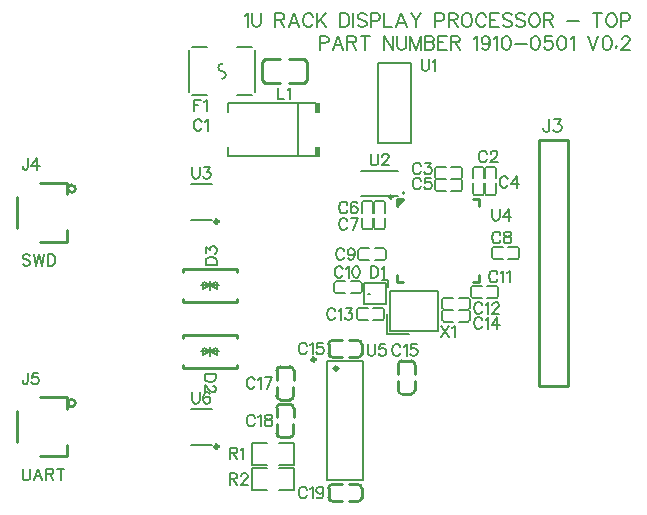
<source format=gto>
G04 Layer: TopSilkscreenLayer*
G04 EasyEDA v6.5.32, 2023-07-27 18:43:02*
G04 c15d88bf44794416bd69d8e6bd355938,5a6b42c53f6a479593ecc07194224c93,10*
G04 Gerber Generator version 0.2*
G04 Scale: 100 percent, Rotated: No, Reflected: No *
G04 Dimensions in millimeters *
G04 leading zeros omitted , absolute positions ,4 integer and 5 decimal *
%FSLAX45Y45*%
%MOMM*%

%ADD10C,0.2032*%
%ADD11C,0.1524*%
%ADD12C,0.2540*%
%ADD13C,0.1270*%
%ADD14C,0.1520*%
%ADD15C,0.3000*%
%ADD16C,0.2000*%
%ADD17C,0.0198*%

%LPD*%
D10*
X42849800Y4315713D02*
G01*
X42860722Y4321047D01*
X42876977Y4337557D01*
X42876977Y4223004D01*
X42913046Y4337557D02*
G01*
X42913046Y4255770D01*
X42918634Y4239260D01*
X42929556Y4228337D01*
X42945811Y4223004D01*
X42956734Y4223004D01*
X42972990Y4228337D01*
X42983911Y4239260D01*
X42989500Y4255770D01*
X42989500Y4337557D01*
X43109388Y4337557D02*
G01*
X43109388Y4223004D01*
X43109388Y4337557D02*
G01*
X43158409Y4337557D01*
X43174920Y4331970D01*
X43180254Y4326636D01*
X43185841Y4315713D01*
X43185841Y4304792D01*
X43180254Y4293870D01*
X43174920Y4288281D01*
X43158409Y4282947D01*
X43109388Y4282947D01*
X43147741Y4282947D02*
G01*
X43185841Y4223004D01*
X43265343Y4337557D02*
G01*
X43221909Y4223004D01*
X43265343Y4337557D02*
G01*
X43309032Y4223004D01*
X43238166Y4261104D02*
G01*
X43292775Y4261104D01*
X43426888Y4310126D02*
G01*
X43421554Y4321047D01*
X43410632Y4331970D01*
X43399709Y4337557D01*
X43377866Y4337557D01*
X43366943Y4331970D01*
X43356022Y4321047D01*
X43350434Y4310126D01*
X43345100Y4293870D01*
X43345100Y4266692D01*
X43350434Y4250181D01*
X43356022Y4239260D01*
X43366943Y4228337D01*
X43377866Y4223004D01*
X43399709Y4223004D01*
X43410632Y4228337D01*
X43421554Y4239260D01*
X43426888Y4250181D01*
X43462956Y4337557D02*
G01*
X43462956Y4223004D01*
X43539156Y4337557D02*
G01*
X43462956Y4261104D01*
X43490134Y4288281D02*
G01*
X43539156Y4223004D01*
X43659298Y4337557D02*
G01*
X43659298Y4223004D01*
X43659298Y4337557D02*
G01*
X43697398Y4337557D01*
X43713908Y4331970D01*
X43724829Y4321047D01*
X43730163Y4310126D01*
X43735498Y4293870D01*
X43735498Y4266692D01*
X43730163Y4250181D01*
X43724829Y4239260D01*
X43713908Y4228337D01*
X43697398Y4223004D01*
X43659298Y4223004D01*
X43771566Y4337557D02*
G01*
X43771566Y4223004D01*
X43884088Y4321047D02*
G01*
X43873166Y4331970D01*
X43856656Y4337557D01*
X43834811Y4337557D01*
X43818556Y4331970D01*
X43807634Y4321047D01*
X43807634Y4310126D01*
X43812968Y4299204D01*
X43818556Y4293870D01*
X43829477Y4288281D01*
X43862243Y4277613D01*
X43873166Y4272026D01*
X43878500Y4266692D01*
X43884088Y4255770D01*
X43884088Y4239260D01*
X43873166Y4228337D01*
X43856656Y4223004D01*
X43834811Y4223004D01*
X43818556Y4228337D01*
X43807634Y4239260D01*
X43919902Y4337557D02*
G01*
X43919902Y4223004D01*
X43919902Y4337557D02*
G01*
X43969177Y4337557D01*
X43985434Y4331970D01*
X43990768Y4326636D01*
X43996356Y4315713D01*
X43996356Y4299204D01*
X43990768Y4288281D01*
X43985434Y4282947D01*
X43969177Y4277613D01*
X43919902Y4277613D01*
X44032424Y4337557D02*
G01*
X44032424Y4223004D01*
X44032424Y4223004D02*
G01*
X44097702Y4223004D01*
X44177458Y4337557D02*
G01*
X44133770Y4223004D01*
X44177458Y4337557D02*
G01*
X44221146Y4223004D01*
X44150279Y4261104D02*
G01*
X44204636Y4261104D01*
X44256959Y4337557D02*
G01*
X44300648Y4282947D01*
X44300648Y4223004D01*
X44344336Y4337557D02*
G01*
X44300648Y4282947D01*
X44464224Y4337557D02*
G01*
X44464224Y4223004D01*
X44464224Y4337557D02*
G01*
X44513500Y4337557D01*
X44529756Y4331970D01*
X44535343Y4326636D01*
X44540677Y4315713D01*
X44540677Y4299204D01*
X44535343Y4288281D01*
X44529756Y4282947D01*
X44513500Y4277613D01*
X44464224Y4277613D01*
X44576746Y4337557D02*
G01*
X44576746Y4223004D01*
X44576746Y4337557D02*
G01*
X44625768Y4337557D01*
X44642277Y4331970D01*
X44647611Y4326636D01*
X44652946Y4315713D01*
X44652946Y4304792D01*
X44647611Y4293870D01*
X44642277Y4288281D01*
X44625768Y4282947D01*
X44576746Y4282947D01*
X44614846Y4282947D02*
G01*
X44652946Y4223004D01*
X44721779Y4337557D02*
G01*
X44710858Y4331970D01*
X44699936Y4321047D01*
X44694602Y4310126D01*
X44689013Y4293870D01*
X44689013Y4266692D01*
X44694602Y4250181D01*
X44699936Y4239260D01*
X44710858Y4228337D01*
X44721779Y4223004D01*
X44743624Y4223004D01*
X44754546Y4228337D01*
X44765468Y4239260D01*
X44770802Y4250181D01*
X44776390Y4266692D01*
X44776390Y4293870D01*
X44770802Y4310126D01*
X44765468Y4321047D01*
X44754546Y4331970D01*
X44743624Y4337557D01*
X44721779Y4337557D01*
X44894246Y4310126D02*
G01*
X44888658Y4321047D01*
X44877736Y4331970D01*
X44866813Y4337557D01*
X44844970Y4337557D01*
X44834048Y4331970D01*
X44823125Y4321047D01*
X44817791Y4310126D01*
X44812458Y4293870D01*
X44812458Y4266692D01*
X44817791Y4250181D01*
X44823125Y4239260D01*
X44834048Y4228337D01*
X44844970Y4223004D01*
X44866813Y4223004D01*
X44877736Y4228337D01*
X44888658Y4239260D01*
X44894246Y4250181D01*
X44930059Y4337557D02*
G01*
X44930059Y4223004D01*
X44930059Y4337557D02*
G01*
X45001179Y4337557D01*
X44930059Y4282947D02*
G01*
X44973748Y4282947D01*
X44930059Y4223004D02*
G01*
X45001179Y4223004D01*
X45113448Y4321047D02*
G01*
X45102525Y4331970D01*
X45086270Y4337557D01*
X45064425Y4337557D01*
X45047916Y4331970D01*
X45036993Y4321047D01*
X45036993Y4310126D01*
X45042582Y4299204D01*
X45047916Y4293870D01*
X45058838Y4288281D01*
X45091604Y4277613D01*
X45102525Y4272026D01*
X45107859Y4266692D01*
X45113448Y4255770D01*
X45113448Y4239260D01*
X45102525Y4228337D01*
X45086270Y4223004D01*
X45064425Y4223004D01*
X45047916Y4228337D01*
X45036993Y4239260D01*
X45225716Y4321047D02*
G01*
X45214793Y4331970D01*
X45198538Y4337557D01*
X45176693Y4337557D01*
X45160438Y4331970D01*
X45149516Y4321047D01*
X45149516Y4310126D01*
X45154850Y4299204D01*
X45160438Y4293870D01*
X45171359Y4288281D01*
X45203872Y4277613D01*
X45214793Y4272026D01*
X45220382Y4266692D01*
X45225716Y4255770D01*
X45225716Y4239260D01*
X45214793Y4228337D01*
X45198538Y4223004D01*
X45176693Y4223004D01*
X45160438Y4228337D01*
X45149516Y4239260D01*
X45294550Y4337557D02*
G01*
X45283627Y4331970D01*
X45272706Y4321047D01*
X45267372Y4310126D01*
X45261784Y4293870D01*
X45261784Y4266692D01*
X45267372Y4250181D01*
X45272706Y4239260D01*
X45283627Y4228337D01*
X45294550Y4223004D01*
X45316393Y4223004D01*
X45327316Y4228337D01*
X45338238Y4239260D01*
X45343572Y4250181D01*
X45349159Y4266692D01*
X45349159Y4293870D01*
X45343572Y4310126D01*
X45338238Y4321047D01*
X45327316Y4331970D01*
X45316393Y4337557D01*
X45294550Y4337557D01*
X45384974Y4337557D02*
G01*
X45384974Y4223004D01*
X45384974Y4337557D02*
G01*
X45434250Y4337557D01*
X45450506Y4331970D01*
X45456093Y4326636D01*
X45461427Y4315713D01*
X45461427Y4304792D01*
X45456093Y4293870D01*
X45450506Y4288281D01*
X45434250Y4282947D01*
X45384974Y4282947D01*
X45423327Y4282947D02*
G01*
X45461427Y4223004D01*
X45581316Y4272026D02*
G01*
X45679613Y4272026D01*
X45837856Y4337557D02*
G01*
X45837856Y4223004D01*
X45799502Y4337557D02*
G01*
X45875956Y4337557D01*
X45944790Y4337557D02*
G01*
X45933868Y4331970D01*
X45922946Y4321047D01*
X45917358Y4310126D01*
X45912024Y4293870D01*
X45912024Y4266692D01*
X45917358Y4250181D01*
X45922946Y4239260D01*
X45933868Y4228337D01*
X45944790Y4223004D01*
X45966634Y4223004D01*
X45977556Y4228337D01*
X45988224Y4239260D01*
X45993811Y4250181D01*
X45999146Y4266692D01*
X45999146Y4293870D01*
X45993811Y4310126D01*
X45988224Y4321047D01*
X45977556Y4331970D01*
X45966634Y4337557D01*
X45944790Y4337557D01*
X46035213Y4337557D02*
G01*
X46035213Y4223004D01*
X46035213Y4337557D02*
G01*
X46084236Y4337557D01*
X46100746Y4331970D01*
X46106079Y4326636D01*
X46111668Y4315713D01*
X46111668Y4299204D01*
X46106079Y4288281D01*
X46100746Y4282947D01*
X46084236Y4277613D01*
X46035213Y4277613D01*
X43484800Y4147057D02*
G01*
X43484800Y4032504D01*
X43484800Y4147057D02*
G01*
X43533822Y4147057D01*
X43550332Y4141470D01*
X43555666Y4136136D01*
X43561254Y4125213D01*
X43561254Y4108704D01*
X43555666Y4097781D01*
X43550332Y4092447D01*
X43533822Y4087113D01*
X43484800Y4087113D01*
X43640756Y4147057D02*
G01*
X43597068Y4032504D01*
X43640756Y4147057D02*
G01*
X43684443Y4032504D01*
X43613577Y4070604D02*
G01*
X43668188Y4070604D01*
X43720511Y4147057D02*
G01*
X43720511Y4032504D01*
X43720511Y4147057D02*
G01*
X43769534Y4147057D01*
X43785790Y4141470D01*
X43791377Y4136136D01*
X43796711Y4125213D01*
X43796711Y4114292D01*
X43791377Y4103370D01*
X43785790Y4097781D01*
X43769534Y4092447D01*
X43720511Y4092447D01*
X43758611Y4092447D02*
G01*
X43796711Y4032504D01*
X43870879Y4147057D02*
G01*
X43870879Y4032504D01*
X43832779Y4147057D02*
G01*
X43909234Y4147057D01*
X44029122Y4147057D02*
G01*
X44029122Y4032504D01*
X44029122Y4147057D02*
G01*
X44105575Y4032504D01*
X44105575Y4147057D02*
G01*
X44105575Y4032504D01*
X44141643Y4147057D02*
G01*
X44141643Y4065270D01*
X44146977Y4048760D01*
X44157900Y4037837D01*
X44174156Y4032504D01*
X44185077Y4032504D01*
X44201588Y4037837D01*
X44212509Y4048760D01*
X44217843Y4065270D01*
X44217843Y4147057D01*
X44253911Y4147057D02*
G01*
X44253911Y4032504D01*
X44253911Y4147057D02*
G01*
X44297600Y4032504D01*
X44341288Y4147057D02*
G01*
X44297600Y4032504D01*
X44341288Y4147057D02*
G01*
X44341288Y4032504D01*
X44377102Y4147057D02*
G01*
X44377102Y4032504D01*
X44377102Y4147057D02*
G01*
X44426377Y4147057D01*
X44442634Y4141470D01*
X44447968Y4136136D01*
X44453556Y4125213D01*
X44453556Y4114292D01*
X44447968Y4103370D01*
X44442634Y4097781D01*
X44426377Y4092447D01*
X44377102Y4092447D02*
G01*
X44426377Y4092447D01*
X44442634Y4087113D01*
X44447968Y4081526D01*
X44453556Y4070604D01*
X44453556Y4054347D01*
X44447968Y4043426D01*
X44442634Y4037837D01*
X44426377Y4032504D01*
X44377102Y4032504D01*
X44489624Y4147057D02*
G01*
X44489624Y4032504D01*
X44489624Y4147057D02*
G01*
X44560490Y4147057D01*
X44489624Y4092447D02*
G01*
X44533058Y4092447D01*
X44489624Y4032504D02*
G01*
X44560490Y4032504D01*
X44596558Y4147057D02*
G01*
X44596558Y4032504D01*
X44596558Y4147057D02*
G01*
X44645579Y4147057D01*
X44661836Y4141470D01*
X44667424Y4136136D01*
X44672758Y4125213D01*
X44672758Y4114292D01*
X44667424Y4103370D01*
X44661836Y4097781D01*
X44645579Y4092447D01*
X44596558Y4092447D01*
X44634658Y4092447D02*
G01*
X44672758Y4032504D01*
X44792900Y4125213D02*
G01*
X44803822Y4130547D01*
X44820077Y4147057D01*
X44820077Y4032504D01*
X44927011Y4108704D02*
G01*
X44921424Y4092447D01*
X44910502Y4081526D01*
X44894246Y4076192D01*
X44888911Y4076192D01*
X44872402Y4081526D01*
X44861479Y4092447D01*
X44856146Y4108704D01*
X44856146Y4114292D01*
X44861479Y4130547D01*
X44872402Y4141470D01*
X44888911Y4147057D01*
X44894246Y4147057D01*
X44910502Y4141470D01*
X44921424Y4130547D01*
X44927011Y4108704D01*
X44927011Y4081526D01*
X44921424Y4054347D01*
X44910502Y4037837D01*
X44894246Y4032504D01*
X44883324Y4032504D01*
X44867068Y4037837D01*
X44861479Y4048760D01*
X44963079Y4125213D02*
G01*
X44974002Y4130547D01*
X44990258Y4147057D01*
X44990258Y4032504D01*
X45059091Y4147057D02*
G01*
X45042582Y4141470D01*
X45031659Y4125213D01*
X45026325Y4097781D01*
X45026325Y4081526D01*
X45031659Y4054347D01*
X45042582Y4037837D01*
X45059091Y4032504D01*
X45070013Y4032504D01*
X45086270Y4037837D01*
X45097191Y4054347D01*
X45102525Y4081526D01*
X45102525Y4097781D01*
X45097191Y4125213D01*
X45086270Y4141470D01*
X45070013Y4147057D01*
X45059091Y4147057D01*
X45138593Y4081526D02*
G01*
X45236891Y4081526D01*
X45305472Y4147057D02*
G01*
X45289216Y4141470D01*
X45278293Y4125213D01*
X45272706Y4097781D01*
X45272706Y4081526D01*
X45278293Y4054347D01*
X45289216Y4037837D01*
X45305472Y4032504D01*
X45316393Y4032504D01*
X45332904Y4037837D01*
X45343825Y4054347D01*
X45349159Y4081526D01*
X45349159Y4097781D01*
X45343825Y4125213D01*
X45332904Y4141470D01*
X45316393Y4147057D01*
X45305472Y4147057D01*
X45450506Y4147057D02*
G01*
X45396150Y4147057D01*
X45390561Y4097781D01*
X45396150Y4103370D01*
X45412406Y4108704D01*
X45428916Y4108704D01*
X45445172Y4103370D01*
X45456093Y4092447D01*
X45461427Y4076192D01*
X45461427Y4065270D01*
X45456093Y4048760D01*
X45445172Y4037837D01*
X45428916Y4032504D01*
X45412406Y4032504D01*
X45396150Y4037837D01*
X45390561Y4043426D01*
X45385227Y4054347D01*
X45530261Y4147057D02*
G01*
X45514006Y4141470D01*
X45503084Y4125213D01*
X45497496Y4097781D01*
X45497496Y4081526D01*
X45503084Y4054347D01*
X45514006Y4037837D01*
X45530261Y4032504D01*
X45541184Y4032504D01*
X45557440Y4037837D01*
X45568361Y4054347D01*
X45573950Y4081526D01*
X45573950Y4097781D01*
X45568361Y4125213D01*
X45557440Y4141470D01*
X45541184Y4147057D01*
X45530261Y4147057D01*
X45609763Y4125213D02*
G01*
X45620686Y4130547D01*
X45637196Y4147057D01*
X45637196Y4032504D01*
X45757084Y4147057D02*
G01*
X45800772Y4032504D01*
X45844459Y4147057D02*
G01*
X45800772Y4032504D01*
X45913040Y4147057D02*
G01*
X45896784Y4141470D01*
X45885861Y4125213D01*
X45880527Y4097781D01*
X45880527Y4081526D01*
X45885861Y4054347D01*
X45896784Y4037837D01*
X45913040Y4032504D01*
X45923961Y4032504D01*
X45940472Y4037837D01*
X45951393Y4054347D01*
X45956727Y4081526D01*
X45956727Y4097781D01*
X45951393Y4125213D01*
X45940472Y4141470D01*
X45923961Y4147057D01*
X45913040Y4147057D01*
X45998129Y4059681D02*
G01*
X45992796Y4054347D01*
X45998129Y4048760D01*
X46003718Y4054347D01*
X45998129Y4059681D01*
X46045120Y4119626D02*
G01*
X46045120Y4125213D01*
X46050708Y4136136D01*
X46056041Y4141470D01*
X46066963Y4147057D01*
X46088808Y4147057D01*
X46099729Y4141470D01*
X46105063Y4136136D01*
X46110652Y4125213D01*
X46110652Y4114292D01*
X46105063Y4103370D01*
X46094141Y4087113D01*
X46039786Y4032504D01*
X46115986Y4032504D01*
D11*
X40970200Y481837D02*
G01*
X40970200Y413765D01*
X40974772Y400050D01*
X40983916Y390905D01*
X40997377Y386334D01*
X41006522Y386334D01*
X41020238Y390905D01*
X41029382Y400050D01*
X41033954Y413765D01*
X41033954Y481837D01*
X41100248Y481837D02*
G01*
X41063925Y386334D01*
X41100248Y481837D02*
G01*
X41136570Y386334D01*
X41077388Y418337D02*
G01*
X41122854Y418337D01*
X41166541Y481837D02*
G01*
X41166541Y386334D01*
X41166541Y481837D02*
G01*
X41207436Y481837D01*
X41221152Y477265D01*
X41225724Y472694D01*
X41230296Y463804D01*
X41230296Y454660D01*
X41225724Y445515D01*
X41221152Y440944D01*
X41207436Y436371D01*
X41166541Y436371D01*
X41198291Y436371D02*
G01*
X41230296Y386334D01*
X41292018Y481837D02*
G01*
X41292018Y386334D01*
X41260268Y481837D02*
G01*
X41323768Y481837D01*
X41033956Y2284267D02*
G01*
X41024812Y2293411D01*
X41011096Y2297983D01*
X40992808Y2297983D01*
X40979346Y2293411D01*
X40970202Y2284267D01*
X40970202Y2275377D01*
X40974774Y2266233D01*
X40979346Y2261661D01*
X40988490Y2257089D01*
X41015668Y2247945D01*
X41024812Y2243373D01*
X41029384Y2238801D01*
X41033956Y2229911D01*
X41033956Y2216195D01*
X41024812Y2207051D01*
X41011096Y2202479D01*
X40992808Y2202479D01*
X40979346Y2207051D01*
X40970202Y2216195D01*
X41063928Y2297983D02*
G01*
X41086534Y2202479D01*
X41109394Y2297983D02*
G01*
X41086534Y2202479D01*
X41109394Y2297983D02*
G01*
X41132000Y2202479D01*
X41154860Y2297983D02*
G01*
X41132000Y2202479D01*
X41184832Y2297983D02*
G01*
X41184832Y2202479D01*
X41184832Y2297983D02*
G01*
X41216582Y2297983D01*
X41230298Y2293411D01*
X41239188Y2284267D01*
X41243760Y2275377D01*
X41248332Y2261661D01*
X41248332Y2238801D01*
X41243760Y2225339D01*
X41239188Y2216195D01*
X41230298Y2207051D01*
X41216582Y2202479D01*
X41184832Y2202479D01*
X43375072Y306730D02*
G01*
X43370754Y315874D01*
X43361609Y325018D01*
X43352466Y329590D01*
X43334177Y329590D01*
X43325288Y325018D01*
X43316143Y315874D01*
X43311572Y306730D01*
X43307000Y293268D01*
X43307000Y270408D01*
X43311572Y256692D01*
X43316143Y247802D01*
X43325288Y238658D01*
X43334177Y234086D01*
X43352466Y234086D01*
X43361609Y238658D01*
X43370754Y247802D01*
X43375072Y256692D01*
X43405298Y311302D02*
G01*
X43414188Y315874D01*
X43427904Y329590D01*
X43427904Y234086D01*
X43517058Y297586D02*
G01*
X43512486Y284124D01*
X43503341Y274980D01*
X43489625Y270408D01*
X43485308Y270408D01*
X43471591Y274980D01*
X43462448Y284124D01*
X43457875Y297586D01*
X43457875Y302158D01*
X43462448Y315874D01*
X43471591Y325018D01*
X43485308Y329590D01*
X43489625Y329590D01*
X43503341Y325018D01*
X43512486Y315874D01*
X43517058Y297586D01*
X43517058Y274980D01*
X43512486Y252120D01*
X43503341Y238658D01*
X43489625Y234086D01*
X43480736Y234086D01*
X43467020Y238658D01*
X43462448Y247802D01*
X42937125Y916431D02*
G01*
X42932553Y925576D01*
X42923663Y934465D01*
X42914519Y939037D01*
X42896231Y939037D01*
X42887087Y934465D01*
X42878197Y925576D01*
X42873625Y916431D01*
X42869053Y902715D01*
X42869053Y880110D01*
X42873625Y866394D01*
X42878197Y857250D01*
X42887087Y848105D01*
X42896231Y843534D01*
X42914519Y843534D01*
X42923663Y848105D01*
X42932553Y857250D01*
X42937125Y866394D01*
X42967097Y921004D02*
G01*
X42976241Y925576D01*
X42989957Y939037D01*
X42989957Y843534D01*
X43042535Y939037D02*
G01*
X43029073Y934465D01*
X43024501Y925576D01*
X43024501Y916431D01*
X43029073Y907287D01*
X43038217Y902715D01*
X43056251Y898144D01*
X43069967Y893571D01*
X43079111Y884681D01*
X43083429Y875537D01*
X43083429Y861821D01*
X43079111Y852678D01*
X43074539Y848105D01*
X43060823Y843534D01*
X43042535Y843534D01*
X43029073Y848105D01*
X43024501Y852678D01*
X43019929Y861821D01*
X43019929Y875537D01*
X43024501Y884681D01*
X43033645Y893571D01*
X43047107Y898144D01*
X43065395Y902715D01*
X43074539Y907287D01*
X43079111Y916431D01*
X43079111Y925576D01*
X43074539Y934465D01*
X43060823Y939037D01*
X43042535Y939037D01*
X42936972Y1233931D02*
G01*
X42932400Y1243076D01*
X42923256Y1251965D01*
X42914112Y1256537D01*
X42896078Y1256537D01*
X42886934Y1251965D01*
X42877790Y1243076D01*
X42873218Y1233931D01*
X42868646Y1220215D01*
X42868646Y1197610D01*
X42873218Y1183894D01*
X42877790Y1174750D01*
X42886934Y1165605D01*
X42896078Y1161034D01*
X42914112Y1161034D01*
X42923256Y1165605D01*
X42932400Y1174750D01*
X42936972Y1183894D01*
X42966944Y1238504D02*
G01*
X42976088Y1243076D01*
X42989550Y1256537D01*
X42989550Y1161034D01*
X43083276Y1256537D02*
G01*
X43037810Y1161034D01*
X43019522Y1256537D02*
G01*
X43083276Y1256537D01*
X44169025Y1513027D02*
G01*
X44164453Y1522171D01*
X44155563Y1531061D01*
X44146419Y1535633D01*
X44128131Y1535633D01*
X44118987Y1531061D01*
X44110097Y1522171D01*
X44105525Y1513027D01*
X44100953Y1499311D01*
X44100953Y1476705D01*
X44105525Y1462989D01*
X44110097Y1453845D01*
X44118987Y1444701D01*
X44128131Y1440129D01*
X44146419Y1440129D01*
X44155563Y1444701D01*
X44164453Y1453845D01*
X44169025Y1462989D01*
X44198997Y1517599D02*
G01*
X44208141Y1522171D01*
X44221857Y1535633D01*
X44221857Y1440129D01*
X44306439Y1535633D02*
G01*
X44260973Y1535633D01*
X44256401Y1494739D01*
X44260973Y1499311D01*
X44274435Y1503883D01*
X44288151Y1503883D01*
X44301867Y1499311D01*
X44311011Y1490167D01*
X44315329Y1476705D01*
X44315329Y1467561D01*
X44311011Y1453845D01*
X44301867Y1444701D01*
X44288151Y1440129D01*
X44274435Y1440129D01*
X44260973Y1444701D01*
X44256401Y1449273D01*
X44251829Y1458417D01*
X43375072Y1526031D02*
G01*
X43370754Y1535176D01*
X43361609Y1544065D01*
X43352466Y1548637D01*
X43334177Y1548637D01*
X43325288Y1544065D01*
X43316143Y1535176D01*
X43311572Y1526031D01*
X43307000Y1512315D01*
X43307000Y1489710D01*
X43311572Y1475994D01*
X43316143Y1466850D01*
X43325288Y1457705D01*
X43334177Y1453134D01*
X43352466Y1453134D01*
X43361609Y1457705D01*
X43370754Y1466850D01*
X43375072Y1475994D01*
X43405298Y1530604D02*
G01*
X43414188Y1535176D01*
X43427904Y1548637D01*
X43427904Y1453134D01*
X43512486Y1548637D02*
G01*
X43467020Y1548637D01*
X43462448Y1507744D01*
X43467020Y1512315D01*
X43480736Y1516887D01*
X43494198Y1516887D01*
X43507913Y1512315D01*
X43517058Y1503171D01*
X43521629Y1489710D01*
X43521629Y1480565D01*
X43517058Y1466850D01*
X43507913Y1457705D01*
X43494198Y1453134D01*
X43480736Y1453134D01*
X43467020Y1457705D01*
X43462448Y1462278D01*
X43457875Y1471421D01*
X42486224Y3418331D02*
G01*
X42481652Y3427476D01*
X42472508Y3436365D01*
X42463364Y3440937D01*
X42445330Y3440937D01*
X42436186Y3436365D01*
X42427042Y3427476D01*
X42422470Y3418331D01*
X42417898Y3404615D01*
X42417898Y3382010D01*
X42422470Y3368294D01*
X42427042Y3359150D01*
X42436186Y3350005D01*
X42445330Y3345434D01*
X42463364Y3345434D01*
X42472508Y3350005D01*
X42481652Y3359150D01*
X42486224Y3368294D01*
X42516196Y3422904D02*
G01*
X42525340Y3427476D01*
X42538802Y3440937D01*
X42538802Y3345434D01*
X42405300Y1129537D02*
G01*
X42405300Y1061465D01*
X42409872Y1047750D01*
X42419016Y1038605D01*
X42432477Y1034034D01*
X42441622Y1034034D01*
X42455338Y1038605D01*
X42464482Y1047750D01*
X42469054Y1061465D01*
X42469054Y1129537D01*
X42553382Y1116076D02*
G01*
X42548809Y1124965D01*
X42535348Y1129537D01*
X42526204Y1129537D01*
X42512488Y1124965D01*
X42503598Y1111504D01*
X42499025Y1088644D01*
X42499025Y1066037D01*
X42503598Y1047750D01*
X42512488Y1038605D01*
X42526204Y1034034D01*
X42530775Y1034034D01*
X42544491Y1038605D01*
X42553382Y1047750D01*
X42557954Y1061465D01*
X42557954Y1066037D01*
X42553382Y1079500D01*
X42544491Y1088644D01*
X42530775Y1093215D01*
X42526204Y1093215D01*
X42512488Y1088644D01*
X42503598Y1079500D01*
X42499025Y1066037D01*
X45429149Y3442715D02*
G01*
X45429149Y3359657D01*
X45423815Y3343910D01*
X45418735Y3338829D01*
X45408321Y3333750D01*
X45397907Y3333750D01*
X45387493Y3338829D01*
X45382413Y3343910D01*
X45377079Y3359657D01*
X45377079Y3370071D01*
X45473853Y3442715D02*
G01*
X45531003Y3442715D01*
X45499761Y3401060D01*
X45515255Y3401060D01*
X45525669Y3395979D01*
X45531003Y3390900D01*
X45536083Y3375152D01*
X45536083Y3364737D01*
X45531003Y3349244D01*
X45520589Y3338829D01*
X45504841Y3333750D01*
X45489347Y3333750D01*
X45473853Y3338829D01*
X45468519Y3343910D01*
X45463439Y3354323D01*
X42405300Y3034537D02*
G01*
X42405300Y2966465D01*
X42409872Y2952750D01*
X42419016Y2943605D01*
X42432477Y2939034D01*
X42441622Y2939034D01*
X42455338Y2943605D01*
X42464482Y2952750D01*
X42469054Y2966465D01*
X42469054Y3034537D01*
X42507916Y3034537D02*
G01*
X42557954Y3034537D01*
X42530775Y2998215D01*
X42544491Y2998215D01*
X42553382Y2993644D01*
X42557954Y2989071D01*
X42562525Y2975610D01*
X42562525Y2966465D01*
X42557954Y2952750D01*
X42548809Y2943605D01*
X42535348Y2939034D01*
X42521632Y2939034D01*
X42507916Y2943605D01*
X42503598Y2948178D01*
X42499025Y2957321D01*
X41015666Y3110737D02*
G01*
X41015666Y3038094D01*
X41011093Y3024378D01*
X41006522Y3019805D01*
X40997377Y3015234D01*
X40988488Y3015234D01*
X40979343Y3019805D01*
X40974772Y3024378D01*
X40970200Y3038094D01*
X40970200Y3047237D01*
X41091104Y3110737D02*
G01*
X41045638Y3047237D01*
X41113709Y3047237D01*
X41091104Y3110737D02*
G01*
X41091104Y3015234D01*
X44899072Y3151631D02*
G01*
X44894754Y3160776D01*
X44885609Y3169665D01*
X44876466Y3174237D01*
X44858177Y3174237D01*
X44849288Y3169665D01*
X44840143Y3160776D01*
X44835572Y3151631D01*
X44831000Y3137915D01*
X44831000Y3115310D01*
X44835572Y3101594D01*
X44840143Y3092450D01*
X44849288Y3083305D01*
X44858177Y3078734D01*
X44876466Y3078734D01*
X44885609Y3083305D01*
X44894754Y3092450D01*
X44899072Y3101594D01*
X44933616Y3151631D02*
G01*
X44933616Y3156204D01*
X44938188Y3165094D01*
X44942759Y3169665D01*
X44951904Y3174237D01*
X44970191Y3174237D01*
X44979082Y3169665D01*
X44983654Y3165094D01*
X44988225Y3156204D01*
X44988225Y3147060D01*
X44983654Y3137915D01*
X44974509Y3124200D01*
X44929298Y3078734D01*
X44992798Y3078734D01*
X44340272Y2923031D02*
G01*
X44335954Y2932176D01*
X44326809Y2941065D01*
X44317666Y2945637D01*
X44299377Y2945637D01*
X44290488Y2941065D01*
X44281343Y2932176D01*
X44276772Y2923031D01*
X44272200Y2909315D01*
X44272200Y2886710D01*
X44276772Y2872994D01*
X44281343Y2863850D01*
X44290488Y2854705D01*
X44299377Y2850134D01*
X44317666Y2850134D01*
X44326809Y2854705D01*
X44335954Y2863850D01*
X44340272Y2872994D01*
X44424854Y2945637D02*
G01*
X44379388Y2945637D01*
X44374816Y2904744D01*
X44379388Y2909315D01*
X44393104Y2913887D01*
X44406820Y2913887D01*
X44420282Y2909315D01*
X44429425Y2900171D01*
X44433998Y2886710D01*
X44433998Y2877565D01*
X44429425Y2863850D01*
X44420282Y2854705D01*
X44406820Y2850134D01*
X44393104Y2850134D01*
X44379388Y2854705D01*
X44374816Y2859278D01*
X44370498Y2868421D01*
X45076872Y2935731D02*
G01*
X45072554Y2944876D01*
X45063409Y2953765D01*
X45054266Y2958337D01*
X45035977Y2958337D01*
X45027088Y2953765D01*
X45017943Y2944876D01*
X45013372Y2935731D01*
X45008800Y2922015D01*
X45008800Y2899410D01*
X45013372Y2885694D01*
X45017943Y2876550D01*
X45027088Y2867405D01*
X45035977Y2862834D01*
X45054266Y2862834D01*
X45063409Y2867405D01*
X45072554Y2876550D01*
X45076872Y2885694D01*
X45152309Y2958337D02*
G01*
X45107098Y2894837D01*
X45175170Y2894837D01*
X45152309Y2958337D02*
G01*
X45152309Y2862834D01*
X44513446Y1695604D02*
G01*
X44577200Y1600100D01*
X44577200Y1695604D02*
G01*
X44513446Y1600100D01*
X44607172Y1677316D02*
G01*
X44616316Y1681888D01*
X44629778Y1695604D01*
X44629778Y1600100D01*
X43616372Y1818131D02*
G01*
X43612054Y1827276D01*
X43602909Y1836165D01*
X43593766Y1840737D01*
X43575477Y1840737D01*
X43566588Y1836165D01*
X43557443Y1827276D01*
X43552872Y1818131D01*
X43548300Y1804415D01*
X43548300Y1781810D01*
X43552872Y1768094D01*
X43557443Y1758950D01*
X43566588Y1749805D01*
X43575477Y1745234D01*
X43593766Y1745234D01*
X43602909Y1749805D01*
X43612054Y1758950D01*
X43616372Y1768094D01*
X43646598Y1822704D02*
G01*
X43655488Y1827276D01*
X43669204Y1840737D01*
X43669204Y1745234D01*
X43708320Y1840737D02*
G01*
X43758358Y1840737D01*
X43730925Y1804415D01*
X43744641Y1804415D01*
X43753786Y1799844D01*
X43758358Y1795271D01*
X43762929Y1781810D01*
X43762929Y1772665D01*
X43758358Y1758950D01*
X43749213Y1749805D01*
X43735498Y1745234D01*
X43722036Y1745234D01*
X43708320Y1749805D01*
X43703748Y1754378D01*
X43699175Y1763521D01*
X44860972Y1741931D02*
G01*
X44856654Y1751076D01*
X44847509Y1759965D01*
X44838366Y1764537D01*
X44820077Y1764537D01*
X44811188Y1759965D01*
X44802043Y1751076D01*
X44797472Y1741931D01*
X44792900Y1728215D01*
X44792900Y1705610D01*
X44797472Y1691894D01*
X44802043Y1682750D01*
X44811188Y1673605D01*
X44820077Y1669034D01*
X44838366Y1669034D01*
X44847509Y1673605D01*
X44856654Y1682750D01*
X44860972Y1691894D01*
X44891198Y1746504D02*
G01*
X44900088Y1751076D01*
X44913804Y1764537D01*
X44913804Y1669034D01*
X44989241Y1764537D02*
G01*
X44943775Y1701037D01*
X45012102Y1701037D01*
X44989241Y1764537D02*
G01*
X44989241Y1669034D01*
X44860972Y1868931D02*
G01*
X44856654Y1878076D01*
X44847509Y1886965D01*
X44838366Y1891537D01*
X44820077Y1891537D01*
X44811188Y1886965D01*
X44802043Y1878076D01*
X44797472Y1868931D01*
X44792900Y1855215D01*
X44792900Y1832610D01*
X44797472Y1818894D01*
X44802043Y1809750D01*
X44811188Y1800605D01*
X44820077Y1796034D01*
X44838366Y1796034D01*
X44847509Y1800605D01*
X44856654Y1809750D01*
X44860972Y1818894D01*
X44891198Y1873504D02*
G01*
X44900088Y1878076D01*
X44913804Y1891537D01*
X44913804Y1796034D01*
X44948348Y1868931D02*
G01*
X44948348Y1873504D01*
X44952920Y1882394D01*
X44957491Y1886965D01*
X44966636Y1891537D01*
X44984670Y1891537D01*
X44993813Y1886965D01*
X44998386Y1882394D01*
X45002958Y1873504D01*
X45002958Y1864360D01*
X44998386Y1855215D01*
X44989241Y1841500D01*
X44943775Y1796034D01*
X45007529Y1796034D01*
X44945300Y2678937D02*
G01*
X44945300Y2610865D01*
X44949872Y2597150D01*
X44959016Y2588005D01*
X44972477Y2583434D01*
X44981622Y2583434D01*
X44995338Y2588005D01*
X45004482Y2597150D01*
X45009054Y2610865D01*
X45009054Y2678937D01*
X45084491Y2678937D02*
G01*
X45039025Y2615437D01*
X45107098Y2615437D01*
X45084491Y2678937D02*
G01*
X45084491Y2583434D01*
X44340272Y3050031D02*
G01*
X44335954Y3059176D01*
X44326809Y3068065D01*
X44317666Y3072637D01*
X44299377Y3072637D01*
X44290488Y3068065D01*
X44281343Y3059176D01*
X44276772Y3050031D01*
X44272200Y3036315D01*
X44272200Y3013710D01*
X44276772Y2999994D01*
X44281343Y2990850D01*
X44290488Y2981705D01*
X44299377Y2977134D01*
X44317666Y2977134D01*
X44326809Y2981705D01*
X44335954Y2990850D01*
X44340272Y2999994D01*
X44379388Y3072637D02*
G01*
X44429425Y3072637D01*
X44402248Y3036315D01*
X44415709Y3036315D01*
X44424854Y3031744D01*
X44429425Y3027171D01*
X44433998Y3013710D01*
X44433998Y3004565D01*
X44429425Y2990850D01*
X44420282Y2981705D01*
X44406820Y2977134D01*
X44393104Y2977134D01*
X44379388Y2981705D01*
X44374816Y2986278D01*
X44370498Y2995421D01*
X44987972Y2135631D02*
G01*
X44983654Y2144776D01*
X44974509Y2153665D01*
X44965366Y2158237D01*
X44947077Y2158237D01*
X44938188Y2153665D01*
X44929043Y2144776D01*
X44924472Y2135631D01*
X44919900Y2121915D01*
X44919900Y2099310D01*
X44924472Y2085594D01*
X44929043Y2076450D01*
X44938188Y2067305D01*
X44947077Y2062734D01*
X44965366Y2062734D01*
X44974509Y2067305D01*
X44983654Y2076450D01*
X44987972Y2085594D01*
X45018198Y2140204D02*
G01*
X45027088Y2144776D01*
X45040804Y2158237D01*
X45040804Y2062734D01*
X45070775Y2140204D02*
G01*
X45079920Y2144776D01*
X45093636Y2158237D01*
X45093636Y2062734D01*
X45013372Y2465831D02*
G01*
X45009054Y2474976D01*
X44999909Y2483865D01*
X44990766Y2488437D01*
X44972477Y2488437D01*
X44963588Y2483865D01*
X44954443Y2474976D01*
X44949872Y2465831D01*
X44945300Y2452115D01*
X44945300Y2429510D01*
X44949872Y2415794D01*
X44954443Y2406650D01*
X44963588Y2397505D01*
X44972477Y2392934D01*
X44990766Y2392934D01*
X44999909Y2397505D01*
X45009054Y2406650D01*
X45013372Y2415794D01*
X45066204Y2488437D02*
G01*
X45052488Y2483865D01*
X45047916Y2474976D01*
X45047916Y2465831D01*
X45052488Y2456687D01*
X45061632Y2452115D01*
X45079920Y2447544D01*
X45093382Y2442971D01*
X45102525Y2434081D01*
X45107098Y2424937D01*
X45107098Y2411221D01*
X45102525Y2402078D01*
X45097954Y2397505D01*
X45084491Y2392934D01*
X45066204Y2392934D01*
X45052488Y2397505D01*
X45047916Y2402078D01*
X45043598Y2411221D01*
X45043598Y2424937D01*
X45047916Y2434081D01*
X45057059Y2442971D01*
X45070775Y2447544D01*
X45088809Y2452115D01*
X45097954Y2456687D01*
X45102525Y2465831D01*
X45102525Y2474976D01*
X45097954Y2483865D01*
X45084491Y2488437D01*
X45066204Y2488437D01*
X43916597Y3148840D02*
G01*
X43916597Y3080768D01*
X43921169Y3067052D01*
X43930313Y3057908D01*
X43943775Y3053336D01*
X43952919Y3053336D01*
X43966635Y3057908D01*
X43975779Y3067052D01*
X43980351Y3080768D01*
X43980351Y3148840D01*
X44014895Y3126234D02*
G01*
X44014895Y3130806D01*
X44019213Y3139696D01*
X44023785Y3144268D01*
X44032929Y3148840D01*
X44051217Y3148840D01*
X44060107Y3144268D01*
X44064679Y3139696D01*
X44069251Y3130806D01*
X44069251Y3121662D01*
X44064679Y3112518D01*
X44055789Y3098802D01*
X44010323Y3053336D01*
X44073823Y3053336D01*
X43717972Y2580131D02*
G01*
X43713654Y2589276D01*
X43704509Y2598165D01*
X43695366Y2602737D01*
X43677077Y2602737D01*
X43668188Y2598165D01*
X43659043Y2589276D01*
X43654472Y2580131D01*
X43649900Y2566415D01*
X43649900Y2543810D01*
X43654472Y2530094D01*
X43659043Y2520950D01*
X43668188Y2511805D01*
X43677077Y2507234D01*
X43695366Y2507234D01*
X43704509Y2511805D01*
X43713654Y2520950D01*
X43717972Y2530094D01*
X43811698Y2602737D02*
G01*
X43766232Y2507234D01*
X43748198Y2602737D02*
G01*
X43811698Y2602737D01*
X43717972Y2719831D02*
G01*
X43713654Y2728976D01*
X43704509Y2737865D01*
X43695366Y2742437D01*
X43677077Y2742437D01*
X43668188Y2737865D01*
X43659043Y2728976D01*
X43654472Y2719831D01*
X43649900Y2706115D01*
X43649900Y2683510D01*
X43654472Y2669794D01*
X43659043Y2660650D01*
X43668188Y2651505D01*
X43677077Y2646934D01*
X43695366Y2646934D01*
X43704509Y2651505D01*
X43713654Y2660650D01*
X43717972Y2669794D01*
X43802554Y2728976D02*
G01*
X43797982Y2737865D01*
X43784520Y2742437D01*
X43775375Y2742437D01*
X43761659Y2737865D01*
X43752516Y2724404D01*
X43748198Y2701544D01*
X43748198Y2678937D01*
X43752516Y2660650D01*
X43761659Y2651505D01*
X43775375Y2646934D01*
X43779948Y2646934D01*
X43793409Y2651505D01*
X43802554Y2660650D01*
X43807125Y2674365D01*
X43807125Y2678937D01*
X43802554Y2692400D01*
X43793409Y2701544D01*
X43779948Y2706115D01*
X43775375Y2706115D01*
X43761659Y2701544D01*
X43752516Y2692400D01*
X43748198Y2678937D01*
X43692572Y2326131D02*
G01*
X43688254Y2335276D01*
X43679109Y2344165D01*
X43669966Y2348737D01*
X43651677Y2348737D01*
X43642788Y2344165D01*
X43633643Y2335276D01*
X43629072Y2326131D01*
X43624500Y2312415D01*
X43624500Y2289810D01*
X43629072Y2276094D01*
X43633643Y2266950D01*
X43642788Y2257805D01*
X43651677Y2253234D01*
X43669966Y2253234D01*
X43679109Y2257805D01*
X43688254Y2266950D01*
X43692572Y2276094D01*
X43781725Y2316987D02*
G01*
X43777154Y2303271D01*
X43768009Y2294381D01*
X43754548Y2289810D01*
X43749975Y2289810D01*
X43736259Y2294381D01*
X43727116Y2303271D01*
X43722798Y2316987D01*
X43722798Y2321560D01*
X43727116Y2335276D01*
X43736259Y2344165D01*
X43749975Y2348737D01*
X43754548Y2348737D01*
X43768009Y2344165D01*
X43777154Y2335276D01*
X43781725Y2316987D01*
X43781725Y2294381D01*
X43777154Y2271521D01*
X43768009Y2257805D01*
X43754548Y2253234D01*
X43745404Y2253234D01*
X43731688Y2257805D01*
X43727116Y2266950D01*
X43679872Y2173731D02*
G01*
X43675554Y2182876D01*
X43666409Y2191765D01*
X43657266Y2196337D01*
X43638977Y2196337D01*
X43630088Y2191765D01*
X43620943Y2182876D01*
X43616372Y2173731D01*
X43611800Y2160015D01*
X43611800Y2137410D01*
X43616372Y2123694D01*
X43620943Y2114550D01*
X43630088Y2105405D01*
X43638977Y2100834D01*
X43657266Y2100834D01*
X43666409Y2105405D01*
X43675554Y2114550D01*
X43679872Y2123694D01*
X43710098Y2178304D02*
G01*
X43718988Y2182876D01*
X43732704Y2196337D01*
X43732704Y2100834D01*
X43790108Y2196337D02*
G01*
X43776391Y2191765D01*
X43767248Y2178304D01*
X43762675Y2155444D01*
X43762675Y2141981D01*
X43767248Y2119121D01*
X43776391Y2105405D01*
X43790108Y2100834D01*
X43798998Y2100834D01*
X43812713Y2105405D01*
X43821858Y2119121D01*
X43826429Y2141981D01*
X43826429Y2155444D01*
X43821858Y2178304D01*
X43812713Y2191765D01*
X43798998Y2196337D01*
X43790108Y2196337D01*
X43916597Y2196340D02*
G01*
X43916597Y2100836D01*
X43916597Y2196340D02*
G01*
X43948347Y2196340D01*
X43962063Y2191768D01*
X43971207Y2182878D01*
X43975779Y2173734D01*
X43980351Y2160018D01*
X43980351Y2137412D01*
X43975779Y2123696D01*
X43971207Y2114552D01*
X43962063Y2105408D01*
X43948347Y2100836D01*
X43916597Y2100836D01*
X44010323Y2178306D02*
G01*
X44019213Y2182878D01*
X44032929Y2196340D01*
X44032929Y2100836D01*
X43129200Y3707637D02*
G01*
X43129200Y3612134D01*
X43129200Y3612134D02*
G01*
X43183809Y3612134D01*
X43213782Y3689604D02*
G01*
X43222925Y3694176D01*
X43236388Y3707637D01*
X43236388Y3612134D01*
X42418000Y3606037D02*
G01*
X42418000Y3510534D01*
X42418000Y3606037D02*
G01*
X42477182Y3606037D01*
X42418000Y3560571D02*
G01*
X42454322Y3560571D01*
X42507154Y3588004D02*
G01*
X42516298Y3592576D01*
X42529759Y3606037D01*
X42529759Y3510534D01*
X43891200Y1535937D02*
G01*
X43891200Y1467865D01*
X43895772Y1454150D01*
X43904916Y1445005D01*
X43918377Y1440434D01*
X43927522Y1440434D01*
X43941238Y1445005D01*
X43950382Y1454150D01*
X43954954Y1467865D01*
X43954954Y1535937D01*
X44039282Y1535937D02*
G01*
X43993816Y1535937D01*
X43989498Y1495044D01*
X43993816Y1499615D01*
X44007532Y1504187D01*
X44021248Y1504187D01*
X44034709Y1499615D01*
X44043854Y1490471D01*
X44048425Y1477010D01*
X44048425Y1467865D01*
X44043854Y1454150D01*
X44034709Y1445005D01*
X44021248Y1440434D01*
X44007532Y1440434D01*
X43993816Y1445005D01*
X43989498Y1449578D01*
X43984925Y1458721D01*
X42520361Y2209800D02*
G01*
X42615866Y2209800D01*
X42520361Y2209800D02*
G01*
X42520361Y2241550D01*
X42524934Y2255265D01*
X42533824Y2264410D01*
X42542968Y2268981D01*
X42556684Y2273554D01*
X42579290Y2273554D01*
X42593006Y2268981D01*
X42602150Y2264410D01*
X42611293Y2255265D01*
X42615866Y2241550D01*
X42615866Y2209800D01*
X42520361Y2312415D02*
G01*
X42520361Y2362454D01*
X42556684Y2335276D01*
X42556684Y2348992D01*
X42561256Y2357881D01*
X42565827Y2362454D01*
X42579290Y2367026D01*
X42588434Y2367026D01*
X42602150Y2362454D01*
X42611293Y2353310D01*
X42615866Y2339847D01*
X42615866Y2326131D01*
X42611293Y2312415D01*
X42606722Y2308097D01*
X42597577Y2303526D01*
X42607738Y1282700D02*
G01*
X42512234Y1282700D01*
X42607738Y1282700D02*
G01*
X42607738Y1250950D01*
X42603166Y1237234D01*
X42594275Y1228089D01*
X42585132Y1223518D01*
X42571416Y1218945D01*
X42548809Y1218945D01*
X42535093Y1223518D01*
X42525950Y1228089D01*
X42516806Y1237234D01*
X42512234Y1250950D01*
X42512234Y1282700D01*
X42585132Y1184402D02*
G01*
X42589704Y1184402D01*
X42598593Y1180084D01*
X42603166Y1175512D01*
X42607738Y1166368D01*
X42607738Y1148079D01*
X42603166Y1139189D01*
X42598593Y1134618D01*
X42589704Y1130045D01*
X42580559Y1130045D01*
X42571416Y1134618D01*
X42557700Y1143507D01*
X42512234Y1188973D01*
X42512234Y1125473D01*
X42722800Y659637D02*
G01*
X42722800Y564134D01*
X42722800Y659637D02*
G01*
X42763693Y659637D01*
X42777409Y655065D01*
X42781982Y650494D01*
X42786554Y641604D01*
X42786554Y632460D01*
X42781982Y623315D01*
X42777409Y618744D01*
X42763693Y614171D01*
X42722800Y614171D01*
X42754550Y614171D02*
G01*
X42786554Y564134D01*
X42816525Y641604D02*
G01*
X42825416Y646176D01*
X42839132Y659637D01*
X42839132Y564134D01*
X42722800Y443737D02*
G01*
X42722800Y348234D01*
X42722800Y443737D02*
G01*
X42763693Y443737D01*
X42777409Y439165D01*
X42781982Y434594D01*
X42786554Y425704D01*
X42786554Y416560D01*
X42781982Y407415D01*
X42777409Y402844D01*
X42763693Y398271D01*
X42722800Y398271D01*
X42754550Y398271D02*
G01*
X42786554Y348234D01*
X42821098Y421131D02*
G01*
X42821098Y425704D01*
X42825416Y434594D01*
X42829988Y439165D01*
X42839132Y443737D01*
X42857420Y443737D01*
X42866309Y439165D01*
X42870882Y434594D01*
X42875454Y425704D01*
X42875454Y416560D01*
X42870882Y407415D01*
X42861991Y393700D01*
X42816525Y348234D01*
X42880025Y348234D01*
X41015666Y1294637D02*
G01*
X41015666Y1221994D01*
X41011093Y1208278D01*
X41006522Y1203705D01*
X40997377Y1199134D01*
X40988488Y1199134D01*
X40979343Y1203705D01*
X40974772Y1208278D01*
X40970200Y1221994D01*
X40970200Y1231137D01*
X41100248Y1294637D02*
G01*
X41054782Y1294637D01*
X41050209Y1253744D01*
X41054782Y1258315D01*
X41068498Y1262887D01*
X41081959Y1262887D01*
X41095675Y1258315D01*
X41104820Y1249171D01*
X41109391Y1235710D01*
X41109391Y1226565D01*
X41104820Y1212850D01*
X41095675Y1203705D01*
X41081959Y1199134D01*
X41068498Y1199134D01*
X41054782Y1203705D01*
X41050209Y1208278D01*
X41045638Y1217421D01*
X44348400Y3948937D02*
G01*
X44348400Y3880865D01*
X44352972Y3867150D01*
X44362116Y3858005D01*
X44375577Y3853434D01*
X44384722Y3853434D01*
X44398438Y3858005D01*
X44407582Y3867150D01*
X44412154Y3880865D01*
X44412154Y3948937D01*
X44442125Y3930904D02*
G01*
X44451016Y3935476D01*
X44464732Y3948937D01*
X44464732Y3853434D01*
G36*
X43443398Y3583025D02*
G01*
X43443398Y3497630D01*
X43489118Y3497630D01*
X43489118Y3583025D01*
G37*
G36*
X43443398Y3207969D02*
G01*
X43443398Y3122574D01*
X43489118Y3122574D01*
X43489118Y3207969D01*
G37*
G36*
X43907202Y1978507D02*
G01*
X43884697Y1956003D01*
X43929706Y1956003D01*
G37*
D12*
X43561698Y239422D02*
G01*
X43561698Y319425D01*
X43672673Y208437D02*
G01*
X43592676Y208437D01*
X43672673Y350403D02*
G01*
X43592676Y350403D01*
X43730263Y207855D02*
G01*
X43810262Y207855D01*
X43841245Y238838D02*
G01*
X43841245Y318836D01*
X43730263Y349816D02*
G01*
X43810262Y349816D01*
X43232677Y749998D02*
G01*
X43152674Y749998D01*
X43263662Y860973D02*
G01*
X43263662Y780976D01*
X43121696Y860973D02*
G01*
X43121696Y780976D01*
X43264244Y918563D02*
G01*
X43264244Y998562D01*
X43233261Y1029545D02*
G01*
X43153263Y1029545D01*
X43122283Y918563D02*
G01*
X43122283Y998562D01*
X43232677Y1067498D02*
G01*
X43152674Y1067498D01*
X43263662Y1178473D02*
G01*
X43263662Y1098476D01*
X43121696Y1178473D02*
G01*
X43121696Y1098476D01*
X43264244Y1236063D02*
G01*
X43264244Y1316062D01*
X43233261Y1347045D02*
G01*
X43153263Y1347045D01*
X43122283Y1236063D02*
G01*
X43122283Y1316062D01*
X44181422Y1396301D02*
G01*
X44261425Y1396301D01*
X44150437Y1285326D02*
G01*
X44150437Y1365323D01*
X44292403Y1285326D02*
G01*
X44292403Y1365323D01*
X44149855Y1227736D02*
G01*
X44149855Y1147737D01*
X44180838Y1116754D02*
G01*
X44260836Y1116754D01*
X44291816Y1227736D02*
G01*
X44291816Y1147737D01*
X43561698Y1458622D02*
G01*
X43561698Y1538625D01*
X43672673Y1427637D02*
G01*
X43592676Y1427637D01*
X43672673Y1569603D02*
G01*
X43592676Y1569603D01*
X43730263Y1427055D02*
G01*
X43810262Y1427055D01*
X43841245Y1458038D02*
G01*
X43841245Y1538036D01*
X43730263Y1569016D02*
G01*
X43810262Y1569016D01*
D11*
X42705776Y3575420D02*
G01*
X43451023Y3575420D01*
X42705776Y3130179D02*
G01*
X43451023Y3130179D01*
X43298826Y3575420D02*
G01*
X43298826Y3130179D01*
X42705776Y3575420D02*
G01*
X42705776Y3502718D01*
X42705776Y3130179D02*
G01*
X42705776Y3202881D01*
X42570420Y992118D02*
G01*
X42392579Y992118D01*
X42570420Y684281D02*
G01*
X42392579Y684281D01*
D12*
X45588006Y1181498D02*
G01*
X45344013Y1181496D01*
X45344013Y1181498D02*
G01*
X45344013Y3263493D01*
X45344013Y3263491D02*
G01*
X45588006Y3263493D01*
X45588006Y3263493D02*
G01*
X45588006Y1181498D01*
D11*
X42570420Y2897118D02*
G01*
X42392579Y2897118D01*
X42570420Y2589281D02*
G01*
X42392579Y2589281D01*
D12*
X41347351Y2904302D02*
G01*
X41347351Y2807413D01*
X41347351Y2501186D02*
G01*
X41347351Y2404308D01*
X41347351Y2404308D02*
G01*
X41115465Y2404308D01*
X41347351Y2891276D02*
G01*
X41347351Y2904302D01*
X41347351Y2904302D02*
G01*
X41115465Y2904302D01*
X40922354Y2786184D02*
G01*
X40922354Y2522413D01*
D11*
X44781137Y3022633D02*
G01*
X44781137Y2943623D01*
X44880857Y2943623D02*
G01*
X44880857Y3022633D01*
X44865617Y3037873D02*
G01*
X44796377Y3037873D01*
X44781137Y2819372D02*
G01*
X44781137Y2898381D01*
X44880857Y2898381D02*
G01*
X44880857Y2819372D01*
X44865617Y2804132D02*
G01*
X44796377Y2804132D01*
X44475366Y2833042D02*
G01*
X44554376Y2833042D01*
X44554376Y2932762D02*
G01*
X44475366Y2932762D01*
X44460126Y2917522D02*
G01*
X44460126Y2848282D01*
X44678627Y2833042D02*
G01*
X44599618Y2833042D01*
X44599618Y2932762D02*
G01*
X44678627Y2932762D01*
X44693867Y2917522D02*
G01*
X44693867Y2848282D01*
X44882737Y2898378D02*
G01*
X44882737Y2819372D01*
X44982457Y2819372D02*
G01*
X44982455Y2898381D01*
X44897979Y2804132D02*
G01*
X44967217Y2804134D01*
X44982457Y3022633D02*
G01*
X44982457Y2943626D01*
X44882739Y2943623D02*
G01*
X44882737Y3022633D01*
X44897977Y3037870D02*
G01*
X44967215Y3037873D01*
X44082040Y1648251D02*
G01*
X44082040Y1983973D01*
X44487759Y1983973D01*
X44487759Y1648251D01*
X44082040Y1648251D01*
X44059180Y1791111D02*
G01*
X44059180Y1625391D01*
X44244900Y1625391D01*
X43893978Y1840560D02*
G01*
X43814969Y1840560D01*
X43814969Y1740839D02*
G01*
X43893978Y1740842D01*
X43799729Y1825317D02*
G01*
X43799732Y1756079D01*
X44018230Y1740839D02*
G01*
X43939221Y1740839D01*
X43939221Y1840557D02*
G01*
X44018230Y1840560D01*
X44033467Y1825320D02*
G01*
X44033470Y1756082D01*
X44617873Y1827862D02*
G01*
X44538866Y1827862D01*
X44538866Y1728142D02*
G01*
X44617876Y1728144D01*
X44523626Y1812620D02*
G01*
X44523629Y1743382D01*
X44742127Y1728142D02*
G01*
X44663121Y1728142D01*
X44663118Y1827860D02*
G01*
X44742127Y1827862D01*
X44757365Y1812622D02*
G01*
X44757367Y1743384D01*
X44617873Y1929462D02*
G01*
X44538866Y1929462D01*
X44538866Y1829742D02*
G01*
X44617876Y1829744D01*
X44523626Y1914220D02*
G01*
X44523629Y1844982D01*
X44742127Y1829742D02*
G01*
X44663121Y1829742D01*
X44663118Y1929460D02*
G01*
X44742127Y1929462D01*
X44757365Y1914222D02*
G01*
X44757367Y1844984D01*
D12*
X44164001Y2763001D02*
G01*
X44164001Y2753316D01*
X44138093Y2727408D01*
X44138093Y2706118D02*
G01*
X44194981Y2763001D01*
X44138093Y2706118D02*
G01*
X44138093Y2763001D01*
X44194981Y2063008D02*
G01*
X44148095Y2063008D01*
X44138093Y2063008D01*
X44138093Y2119891D01*
X44838091Y2119891D02*
G01*
X44838091Y2063008D01*
X44781208Y2063008D01*
X44781208Y2763001D02*
G01*
X44838091Y2763001D01*
X44838091Y2706118D01*
X44138093Y2763001D02*
G01*
X44194981Y2763001D01*
D11*
X44599621Y2934642D02*
G01*
X44678627Y2934642D01*
X44678627Y3034362D02*
G01*
X44599618Y3034360D01*
X44693867Y2949884D02*
G01*
X44693865Y3019122D01*
X44475366Y3034362D02*
G01*
X44554373Y3034362D01*
X44554376Y2934644D02*
G01*
X44475366Y2934642D01*
X44460129Y2949882D02*
G01*
X44460126Y3019120D01*
X44859173Y2031062D02*
G01*
X44780166Y2031062D01*
X44780166Y1931342D02*
G01*
X44859176Y1931344D01*
X44764926Y2015820D02*
G01*
X44764929Y1946582D01*
X44983427Y1931342D02*
G01*
X44904421Y1931342D01*
X44904418Y2031060D02*
G01*
X44983427Y2031062D01*
X44998665Y2015822D02*
G01*
X44998667Y1946584D01*
X45036973Y2361262D02*
G01*
X44957966Y2361262D01*
X44957966Y2261542D02*
G01*
X45036976Y2261544D01*
X44942726Y2346020D02*
G01*
X44942729Y2276782D01*
X45161227Y2261542D02*
G01*
X45082221Y2261542D01*
X45082218Y2361260D02*
G01*
X45161227Y2361262D01*
X45176465Y2346022D02*
G01*
X45176467Y2276784D01*
X44150407Y3003232D02*
G01*
X43835170Y3003232D01*
X43835170Y2787985D02*
G01*
X44150407Y2787985D01*
X44042660Y2651521D02*
G01*
X44042660Y2730527D01*
X43942939Y2730527D02*
G01*
X43942942Y2651518D01*
X44027417Y2745767D02*
G01*
X43958179Y2745765D01*
X43942939Y2527266D02*
G01*
X43942939Y2606273D01*
X44042657Y2606276D02*
G01*
X44042660Y2527266D01*
X44027420Y2512029D02*
G01*
X43958182Y2512026D01*
X43941060Y2651521D02*
G01*
X43941060Y2730527D01*
X43841339Y2730527D02*
G01*
X43841342Y2651518D01*
X43925817Y2745767D02*
G01*
X43856579Y2745765D01*
X43841339Y2527266D02*
G01*
X43841339Y2606273D01*
X43941057Y2606276D02*
G01*
X43941060Y2527266D01*
X43925820Y2512029D02*
G01*
X43856582Y2512026D01*
X43951921Y2248842D02*
G01*
X44030927Y2248842D01*
X44030927Y2348562D02*
G01*
X43951918Y2348560D01*
X44046167Y2264084D02*
G01*
X44046165Y2333322D01*
X43827666Y2348562D02*
G01*
X43906673Y2348562D01*
X43906676Y2248844D02*
G01*
X43827666Y2248842D01*
X43812429Y2264082D02*
G01*
X43812426Y2333320D01*
X43748721Y1969442D02*
G01*
X43827727Y1969442D01*
X43827727Y2069162D02*
G01*
X43748718Y2069160D01*
X43842967Y1984684D02*
G01*
X43842965Y2053922D01*
X43624466Y2069162D02*
G01*
X43703473Y2069162D01*
X43703476Y1969444D02*
G01*
X43624466Y1969442D01*
X43609229Y1984682D02*
G01*
X43609226Y2053920D01*
D13*
X44064694Y2018550D02*
G01*
X44064694Y2078494D01*
X44009576Y2078494D01*
X44044679Y1878495D02*
G01*
X43864669Y1878495D01*
X43864669Y2058504D01*
X44044679Y2058504D01*
X44044679Y1878495D01*
D12*
X43150574Y3949694D02*
G01*
X43036274Y3949694D01*
X43023574Y3949694D01*
X42998174Y3924294D01*
X42998174Y3784594D01*
X42998174Y3771894D01*
X43023574Y3746494D01*
X43150574Y3746494D01*
X43226774Y3746494D02*
G01*
X43341074Y3746494D01*
X43353774Y3746494D01*
X43379174Y3771894D01*
X43379174Y3911594D01*
X43379174Y3924294D01*
X43353774Y3949694D01*
X43226774Y3949694D01*
D14*
X42379900Y4027876D02*
G01*
X42379900Y3672276D01*
X42938700Y4025900D02*
G01*
X42938700Y3670300D01*
D11*
X42532300Y3644900D02*
G01*
X42405300Y3644900D01*
X42786300Y3644900D02*
G01*
X42913300Y3644900D01*
X42405300Y4051300D02*
G01*
X42535805Y4051300D01*
X42913300Y4051300D02*
G01*
X42786300Y4051300D01*
X43548559Y1391620D02*
G01*
X43852840Y1391620D01*
X43852840Y386379D01*
X43548559Y386379D01*
X43548559Y1391620D01*
D13*
X42500699Y2007001D02*
G01*
X42557900Y2036899D01*
X42557900Y2036899D02*
G01*
X42557900Y1998799D01*
X42616699Y2007999D02*
G01*
X42557900Y2036899D01*
X42557900Y2036899D02*
G01*
X42557900Y2074999D01*
X42503699Y2067001D02*
G01*
X42557900Y2036899D01*
X42610699Y2067999D02*
G01*
X42557900Y2036899D01*
D12*
X42787699Y2171999D02*
G01*
X42327700Y2171999D01*
X42787699Y1892000D02*
G01*
X42327700Y1892000D01*
D13*
X42616699Y2007999D02*
G01*
X42616699Y2067999D01*
X42500699Y2007001D02*
G01*
X42500699Y2067001D01*
X42633699Y2037999D02*
G01*
X42484700Y2037999D01*
D12*
X42787699Y1892000D02*
G01*
X42787699Y1918886D01*
X42787699Y2145113D02*
G01*
X42787699Y2171999D01*
X42327700Y1892000D02*
G01*
X42327700Y1918886D01*
X42327700Y2145113D02*
G01*
X42327700Y2171999D01*
D13*
X42500699Y1448201D02*
G01*
X42557900Y1478099D01*
X42557900Y1478099D02*
G01*
X42557900Y1439999D01*
X42616699Y1449199D02*
G01*
X42557900Y1478099D01*
X42557900Y1478099D02*
G01*
X42557900Y1516199D01*
X42503699Y1508201D02*
G01*
X42557900Y1478099D01*
X42610699Y1509199D02*
G01*
X42557900Y1478099D01*
D12*
X42787699Y1613199D02*
G01*
X42327700Y1613199D01*
X42787699Y1333200D02*
G01*
X42327700Y1333200D01*
D13*
X42616699Y1449199D02*
G01*
X42616699Y1509199D01*
X42500699Y1448201D02*
G01*
X42500699Y1508201D01*
X42633699Y1479199D02*
G01*
X42484700Y1479199D01*
D12*
X42787699Y1333200D02*
G01*
X42787699Y1360086D01*
X42787699Y1586313D02*
G01*
X42787699Y1613199D01*
X42327700Y1333200D02*
G01*
X42327700Y1360086D01*
X42327700Y1586313D02*
G01*
X42327700Y1613199D01*
D11*
X43138719Y517890D02*
G01*
X43267213Y517890D01*
X43267213Y701309D01*
X43138719Y701309D01*
X43043480Y517890D02*
G01*
X42914986Y517890D01*
X42914986Y701309D01*
X43043480Y701309D01*
X43138719Y301990D02*
G01*
X43267213Y301990D01*
X43267213Y485409D01*
X43138719Y485409D01*
X43043480Y301990D02*
G01*
X42914986Y301990D01*
X42914986Y485409D01*
X43043480Y485409D01*
D12*
X41347351Y1088202D02*
G01*
X41347351Y991313D01*
X41347351Y685086D02*
G01*
X41347351Y588208D01*
X41347351Y588208D02*
G01*
X41115465Y588208D01*
X41347351Y1075176D02*
G01*
X41347351Y1088202D01*
X41347351Y1088202D02*
G01*
X41115465Y1088202D01*
X40922354Y970084D02*
G01*
X40922354Y706313D01*
D11*
X44259439Y3921521D02*
G01*
X44259439Y3241278D01*
X43980160Y3241278D01*
X43980160Y3921521D01*
X44259439Y3921521D01*
D12*
G75*
G01*
X43841251Y238839D02*
G02*
X43810268Y207856I-30983J0D01*
G75*
G01*
X43810268Y349822D02*
G02*
X43841251Y318836I0J-30983D01*
G75*
G01*
X43592681Y208437D02*
G02*
X43561699Y239423I0J30983D01*
G75*
G01*
X43561699Y319420D02*
G02*
X43592681Y350403I30982J0D01*
G75*
G01*
X43233261Y1029551D02*
G02*
X43264244Y998568I0J-30983D01*
G75*
G01*
X43122279Y998568D02*
G02*
X43153264Y1029551I30982J0D01*
G75*
G01*
X43263663Y780981D02*
G02*
X43232677Y749999I-30983J0D01*
G75*
G01*
X43152680Y749999D02*
G02*
X43121697Y780981I0J30982D01*
G75*
G01*
X43233261Y1347051D02*
G02*
X43264244Y1316068I0J-30983D01*
G75*
G01*
X43122279Y1316068D02*
G02*
X43153264Y1347051I30982J0D01*
G75*
G01*
X43263663Y1098481D02*
G02*
X43232677Y1067499I-30983J0D01*
G75*
G01*
X43152680Y1067499D02*
G02*
X43121697Y1098481I0J30982D01*
G75*
G01*
X44180839Y1116749D02*
G02*
X44149856Y1147732I0J30983D01*
G75*
G01*
X44291822Y1147732D02*
G02*
X44260836Y1116749I-30983J0D01*
G75*
G01*
X44150437Y1365319D02*
G02*
X44181423Y1396301I30983J0D01*
G75*
G01*
X44261420Y1396301D02*
G02*
X44292403Y1365319I0J-30982D01*
G75*
G01*
X43841251Y1458039D02*
G02*
X43810268Y1427056I-30983J0D01*
G75*
G01*
X43810268Y1569022D02*
G02*
X43841251Y1538036I0J-30983D01*
G75*
G01*
X43592681Y1427637D02*
G02*
X43561699Y1458623I0J30983D01*
G75*
G01*
X43561699Y1538620D02*
G02*
X43592681Y1569603I30982J0D01*
D11*
G75*
G01*
X44880858Y3022633D02*
G03*
X44865618Y3037873I-15240J0D01*
G75*
G01*
X44796377Y3037873D02*
G03*
X44781137Y3022633I0J-15240D01*
G75*
G01*
X44880858Y2819372D02*
G02*
X44865618Y2804132I-15240J0D01*
G75*
G01*
X44796377Y2804132D02*
G02*
X44781137Y2819372I0J15240D01*
G75*
G01*
X44475367Y2932763D02*
G03*
X44460127Y2917523I0J-15240D01*
G75*
G01*
X44460127Y2848282D02*
G03*
X44475367Y2833042I15240J0D01*
G75*
G01*
X44678628Y2932763D02*
G02*
X44693868Y2917523I0J-15240D01*
G75*
G01*
X44693868Y2848282D02*
G02*
X44678628Y2833042I-15240J0D01*
G75*
G01*
X44882737Y2819372D02*
G03*
X44897980Y2804132I15240J0D01*
G75*
G01*
X44967218Y2804135D02*
G03*
X44982458Y2819372I0J15240D01*
G75*
G01*
X44882737Y3022633D02*
G02*
X44897977Y3037870I15240J-3D01*
G75*
G01*
X44967215Y3037873D02*
G02*
X44982458Y3022633I3J-15240D01*
G75*
G01*
X43814970Y1840560D02*
G03*
X43799730Y1825318I0J-15240D01*
G75*
G01*
X43799732Y1756080D02*
G03*
X43814970Y1740840I15240J0D01*
G75*
G01*
X44018230Y1840560D02*
G02*
X44033468Y1825320I-2J-15240D01*
G75*
G01*
X44033470Y1756082D02*
G02*
X44018230Y1740840I-15240J-2D01*
G75*
G01*
X44538867Y1827863D02*
G03*
X44523627Y1812620I0J-15240D01*
G75*
G01*
X44523630Y1743382D02*
G03*
X44538867Y1728142I15240J0D01*
G75*
G01*
X44742128Y1827863D02*
G02*
X44757365Y1812623I-3J-15240D01*
G75*
G01*
X44757368Y1743385D02*
G02*
X44742128Y1728142I-15240J-3D01*
G75*
G01*
X44538867Y1929463D02*
G03*
X44523627Y1914220I0J-15240D01*
G75*
G01*
X44523630Y1844982D02*
G03*
X44538867Y1829742I15240J0D01*
G75*
G01*
X44742128Y1929463D02*
G02*
X44757365Y1914223I-3J-15240D01*
G75*
G01*
X44757368Y1844985D02*
G02*
X44742128Y1829742I-15240J-3D01*
G75*
G01*
X44678628Y2934642D02*
G03*
X44693868Y2949885I0J15240D01*
G75*
G01*
X44693865Y3019123D02*
G03*
X44678628Y3034363I-15240J0D01*
G75*
G01*
X44475367Y2934642D02*
G02*
X44460130Y2949882I3J15240D01*
G75*
G01*
X44460127Y3019120D02*
G02*
X44475367Y3034363I15240J3D01*
G75*
G01*
X44780167Y2031063D02*
G03*
X44764927Y2015820I0J-15240D01*
G75*
G01*
X44764930Y1946582D02*
G03*
X44780167Y1931342I15240J0D01*
G75*
G01*
X44983428Y2031063D02*
G02*
X44998665Y2015823I-3J-15240D01*
G75*
G01*
X44998668Y1946585D02*
G02*
X44983428Y1931342I-15240J-3D01*
G75*
G01*
X44957967Y2361263D02*
G03*
X44942727Y2346020I0J-15240D01*
G75*
G01*
X44942730Y2276782D02*
G03*
X44957967Y2261542I15240J0D01*
G75*
G01*
X45161228Y2361263D02*
G02*
X45176465Y2346023I-3J-15240D01*
G75*
G01*
X45176468Y2276785D02*
G02*
X45161228Y2261542I-15240J-3D01*
G75*
G01*
X44042660Y2730528D02*
G03*
X44027418Y2745768I-15240J0D01*
G75*
G01*
X43958180Y2745765D02*
G03*
X43942940Y2730528I0J-15240D01*
G75*
G01*
X44042660Y2527267D02*
G02*
X44027420Y2512030I-15240J3D01*
G75*
G01*
X43958182Y2512027D02*
G02*
X43942940Y2527267I-2J15240D01*
G75*
G01*
X43941060Y2730528D02*
G03*
X43925818Y2745768I-15240J0D01*
G75*
G01*
X43856580Y2745765D02*
G03*
X43841340Y2730528I0J-15240D01*
G75*
G01*
X43941060Y2527267D02*
G02*
X43925820Y2512030I-15240J3D01*
G75*
G01*
X43856582Y2512027D02*
G02*
X43841340Y2527267I-2J15240D01*
G75*
G01*
X44030928Y2248842D02*
G03*
X44046168Y2264085I0J15240D01*
G75*
G01*
X44046165Y2333323D02*
G03*
X44030928Y2348563I-15240J0D01*
G75*
G01*
X43827667Y2248842D02*
G02*
X43812430Y2264082I3J15240D01*
G75*
G01*
X43812427Y2333320D02*
G02*
X43827667Y2348563I15240J3D01*
G75*
G01*
X43827728Y1969442D02*
G03*
X43842968Y1984685I0J15240D01*
G75*
G01*
X43842965Y2053923D02*
G03*
X43827728Y2069163I-15240J0D01*
G75*
G01*
X43624467Y1969442D02*
G02*
X43609230Y1984682I3J15240D01*
G75*
G01*
X43609227Y2053920D02*
G02*
X43624467Y2069163I15240J3D01*
D14*
G75*
G01*
X42659300Y3848100D02*
G02*
X42659300Y3784600I0J-31750D01*
G75*
G01*
X42659300Y3848100D02*
G02*
X42659300Y3911600I0J31750D01*
D15*
G75*
G01
X42626661Y671373D02*
G03X42626661Y671373I-15011J0D01*
G75*
G01
X42626661Y2576373D02*
G03X42626661Y2576373I-15011J0D01*
D12*
G75*
G01
X41417723Y2854274D02*
G03X41417723Y2854274I-31623J0D01*
G75*
G01
X44100801Y2783002D02*
G03X44100801Y2783002I-12700J0D01*
D16*
G75*
G01
X44206008Y2819400D02*
G03X44206008Y2819400I-10008J0D01*
D15*
G75*
G01
X43638800Y1333500D02*
G03X43638800Y1333500I-15011J0D01*
G75*
G01
X43449011Y1409700D02*
G03X43449011Y1409700I-15011J0D01*
D12*
G75*
G01
X41417723Y1038174D02*
G03X41417723Y1038174I-31623J0D01*
M02*

</source>
